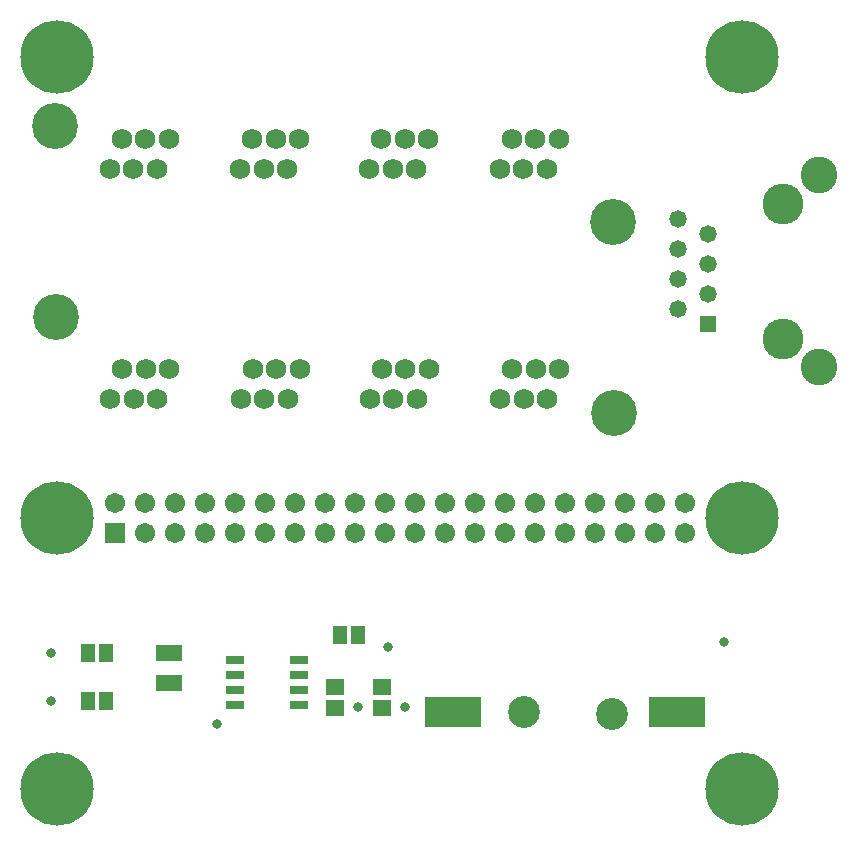
<source format=gts>
G04*
G04 #@! TF.GenerationSoftware,Altium Limited,Altium Designer,18.0.7 (293)*
G04*
G04 Layer_Color=8388736*
%FSLAX25Y25*%
%MOIN*%
G70*
G01*
G75*
%ADD23R,0.18517X0.09855*%
%ADD24R,0.06312X0.05524*%
%ADD25R,0.06496X0.02756*%
%ADD26R,0.05131X0.06312*%
%ADD27R,0.08871X0.05721*%
%ADD28C,0.10642*%
%ADD29R,0.06706X0.06706*%
%ADD30C,0.06706*%
%ADD31R,0.05792X0.05792*%
%ADD32C,0.05792*%
%ADD33C,0.12198*%
%ADD34C,0.13595*%
%ADD35C,0.15300*%
%ADD36C,0.06800*%
%ADD37C,0.24422*%
%ADD38C,0.03300*%
D23*
X220472Y39370D02*
D03*
X145669D02*
D03*
D24*
X106299Y47835D02*
D03*
Y40748D02*
D03*
X122047Y47835D02*
D03*
Y40748D02*
D03*
D25*
X73032Y56713D02*
D03*
Y51713D02*
D03*
Y46713D02*
D03*
Y41713D02*
D03*
X94291Y56713D02*
D03*
Y51713D02*
D03*
Y46713D02*
D03*
Y41713D02*
D03*
D26*
X29937Y43307D02*
D03*
X24032D02*
D03*
X29937Y59055D02*
D03*
X24032D02*
D03*
X114075Y65059D02*
D03*
X108169D02*
D03*
D27*
X51181Y59055D02*
D03*
Y49213D02*
D03*
D28*
X198819Y38870D02*
D03*
X169488Y39370D02*
D03*
D29*
X32953Y99331D02*
D03*
D30*
Y109331D02*
D03*
X42953Y99331D02*
D03*
Y109331D02*
D03*
X52953Y99331D02*
D03*
Y109331D02*
D03*
X62953Y99331D02*
D03*
Y109331D02*
D03*
X72953Y99331D02*
D03*
Y109331D02*
D03*
X82953Y99331D02*
D03*
Y109331D02*
D03*
X92953Y99331D02*
D03*
Y109331D02*
D03*
X102953Y99331D02*
D03*
Y109331D02*
D03*
X112953Y99331D02*
D03*
Y109331D02*
D03*
X122953Y99331D02*
D03*
Y109331D02*
D03*
X132953Y99331D02*
D03*
Y109331D02*
D03*
X142953Y99331D02*
D03*
Y109331D02*
D03*
X152953Y99331D02*
D03*
Y109331D02*
D03*
X162953Y99331D02*
D03*
Y109331D02*
D03*
X172953Y99331D02*
D03*
Y109331D02*
D03*
X182953Y99331D02*
D03*
Y109331D02*
D03*
X192953Y99331D02*
D03*
Y109331D02*
D03*
X202953Y99331D02*
D03*
Y109331D02*
D03*
X212953Y99331D02*
D03*
Y109331D02*
D03*
X222953Y99331D02*
D03*
Y109331D02*
D03*
D31*
X230709Y169016D02*
D03*
D32*
X220709Y174016D02*
D03*
X230709Y179016D02*
D03*
X220709Y184016D02*
D03*
X230709Y189016D02*
D03*
X220709Y194016D02*
D03*
X230709Y199016D02*
D03*
X220709Y204016D02*
D03*
D33*
X267717Y218504D02*
D03*
Y154528D02*
D03*
D34*
X255709Y209016D02*
D03*
Y164016D02*
D03*
D35*
X199500Y139201D02*
D03*
X13500Y171201D02*
D03*
X199047Y202972D02*
D03*
X13047Y234972D02*
D03*
D36*
X161500Y143701D02*
D03*
X169370D02*
D03*
X177240D02*
D03*
X165500Y153701D02*
D03*
X173370D02*
D03*
X181240D02*
D03*
X118000Y143701D02*
D03*
X125870D02*
D03*
X133740D02*
D03*
X122000Y153701D02*
D03*
X129870D02*
D03*
X137740D02*
D03*
X75000Y143701D02*
D03*
X82870D02*
D03*
X90740D02*
D03*
X79000Y153701D02*
D03*
X86870D02*
D03*
X94740D02*
D03*
X51240D02*
D03*
X43370D02*
D03*
X35500D02*
D03*
X47240Y143701D02*
D03*
X39370D02*
D03*
X31500D02*
D03*
X181047Y230472D02*
D03*
X173177D02*
D03*
X165307D02*
D03*
X177047Y220472D02*
D03*
X169177D02*
D03*
X161307D02*
D03*
X117807D02*
D03*
X125677D02*
D03*
X133547D02*
D03*
X121807Y230472D02*
D03*
X129677D02*
D03*
X137547D02*
D03*
X74807Y220472D02*
D03*
X82677D02*
D03*
X90547D02*
D03*
X78807Y230472D02*
D03*
X86677D02*
D03*
X94547D02*
D03*
X31307Y220472D02*
D03*
X39177D02*
D03*
X47047D02*
D03*
X35307Y230472D02*
D03*
X43177D02*
D03*
X51047D02*
D03*
D37*
X13780Y104331D02*
D03*
X242126D02*
D03*
Y13780D02*
D03*
X13780D02*
D03*
X13780Y257874D02*
D03*
X242126D02*
D03*
D38*
X66929Y35433D02*
D03*
X11811Y43307D02*
D03*
Y59055D02*
D03*
X124016Y61024D02*
D03*
X129921Y41339D02*
D03*
X236221Y62992D02*
D03*
X114173Y41339D02*
D03*
M02*

</source>
